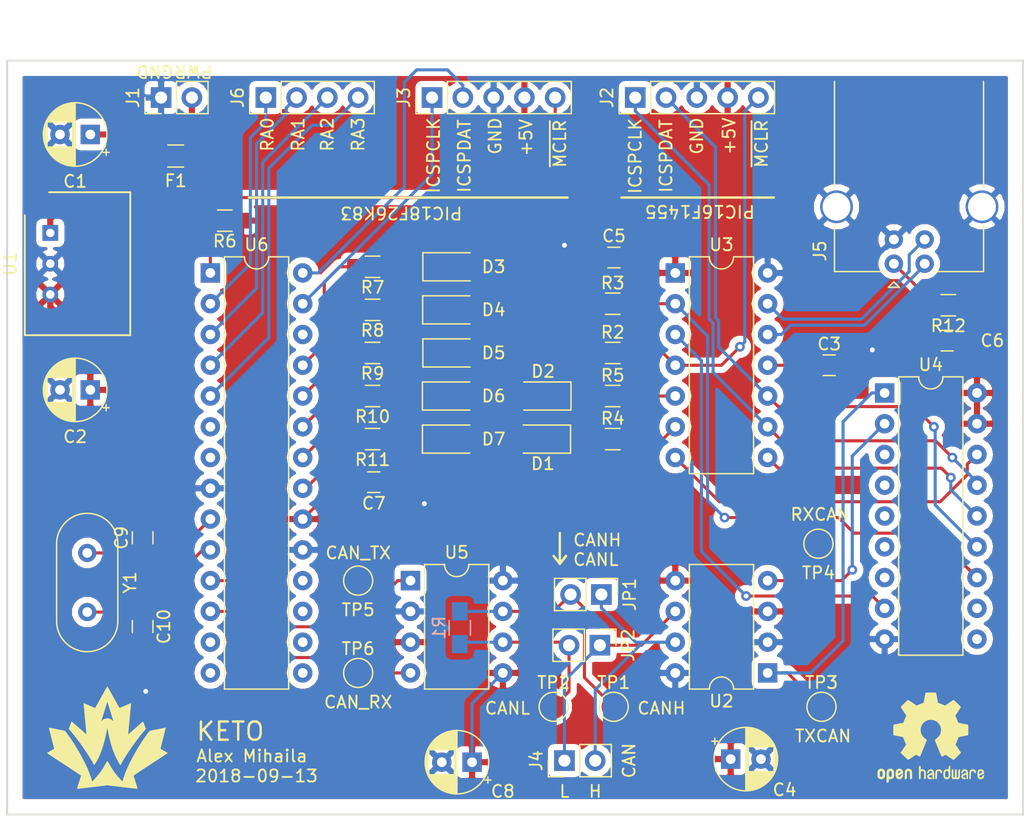
<source format=kicad_pcb>
(kicad_pcb (version 20171130) (host pcbnew "(5.0.0-3-g5ebb6b6)")
  (layers (0 F.Cu signal) (31 B.Cu signal) (34 B.Paste user) (35 F.Paste user) (36 B.SilkS user) (37 F.SilkS user) (38 B.Mask user) (39 F.Mask user) (44 Edge.Cuts user))
  (net 0 "")
  (net 1 /PIC16F1455/CANH)
  (net 2 /PIC16F1455/CANL)
  (net 3 "Net-(TP3-Pad1)")
  (net 4 "Net-(TP4-Pad1)")
  (net 5 /PIC18F26K83/CAN_TX)
  (net 6 /PIC18F26K83/CAN_RX)
  (net 7 +5V)
  (net 8 /PIC16F1455/~MCLR)
  (net 9 /PIC16F1455/CAN_INT)
  (net 10 "Net-(D1-Pad1)")
  (net 11 "Net-(R4-Pad2)")
  (net 12 "Net-(R5-Pad2)")
  (net 13 "Net-(D2-Pad1)")
  (net 14 /PIC18F26K83/~MCLR)
  (net 15 "Net-(R7-Pad2)")
  (net 16 "Net-(D3-Pad1)")
  (net 17 "Net-(D4-Pad1)")
  (net 18 "Net-(R8-Pad2)")
  (net 19 "Net-(R9-Pad2)")
  (net 20 "Net-(D5-Pad1)")
  (net 21 "Net-(D6-Pad1)")
  (net 22 "Net-(R10-Pad2)")
  (net 23 "Net-(R11-Pad2)")
  (net 24 "Net-(D7-Pad1)")
  (net 25 "Net-(J5-Pad1)")
  (net 26 GND)
  (net 27 /PIC16F1455/ICSPDAT)
  (net 28 /PIC16F1455/ICSPCLK)
  (net 29 /PIC18F26K83/ICSPCLK)
  (net 30 /PIC18F26K83/ICSPDAT)
  (net 31 "Net-(J6-Pad4)")
  (net 32 "Net-(J6-Pad3)")
  (net 33 "Net-(J6-Pad2)")
  (net 34 "Net-(J6-Pad1)")
  (net 35 "Net-(F1-Pad1)")
  (net 36 "Net-(C1-Pad1)")
  (net 37 "Net-(U6-Pad14)")
  (net 38 "Net-(U6-Pad13)")
  (net 39 "Net-(U6-Pad26)")
  (net 40 /PIC18F26K83/OSC2)
  (net 41 /PIC18F26K83/OSC1)
  (net 42 "Net-(U6-Pad7)")
  (net 43 "Net-(U6-Pad6)")
  (net 44 "Net-(U6-Pad18)")
  (net 45 "Net-(U6-Pad17)")
  (net 46 "Net-(U6-Pad16)")
  (net 47 "Net-(U6-Pad15)")
  (net 48 /PIC16F1455/CLKOUT)
  (net 49 /PIC16F1455/CS)
  (net 50 "Net-(U4-Pad7)")
  (net 51 "Net-(U4-Pad6)")
  (net 52 /PIC16F1455/MOSI)
  (net 53 "Net-(U4-Pad5)")
  (net 54 "Net-(U4-Pad4)")
  (net 55 "Net-(U4-Pad3)")
  (net 56 "Net-(U4-Pad11)")
  (net 57 "Net-(U4-Pad10)")
  (net 58 /PIC16F1455/USB_D+)
  (net 59 /PIC16F1455/USB_D-)
  (net 60 "Net-(C3-Pad1)")
  (net 61 /PIC18F26K83/CANH)
  (net 62 /PIC18F26K83/CANL)
  (module Pin_Headers:Pin_Header_Straight_1x02_Pitch2.54mm (layer F.Cu) (at 168.275 96.52 270)
    (fp_text reference JP2 (at 0 -2.33 270) (layer F.SilkS))
    (fp_text value Jumper_NC_Small)
    (pad 1 thru_hole rect (at 0 0 270) (size 1.7 1.7) (drill 1) (layers *.Cu *.Mask) (net 2 /PIC16F1455/CANL))
    (pad 2 thru_hole oval (at 0 2.54 270) (size 1.7 1.7) (drill 1) (layers *.Cu *.Mask) (net 62 /PIC18F26K83/CANL))
  )
  (module Pin_Headers:Pin_Header_Straight_1x02_Pitch2.54mm (layer F.Cu) (at 168.402 92.329 270)
    (fp_text reference JP1 (at 0 -2.33 270) (layer F.SilkS))
    (fp_text value Jumper_NC_Small)
    (pad 2 thru_hole oval (at 0 2.54 270) (size 1.7 1.7) (drill 1) (layers *.Cu *.Mask) (net 61 /PIC18F26K83/CANH))
    (pad 1 thru_hole rect (at 0 0 270) (size 1.7 1.7) (drill 1) (layers *.Cu *.Mask) (net 1 /PIC16F1455/CANH))
  )
  (module Capacitor_THT:CP_Radial_D5.0mm_P2.50mm (layer F.Cu) (at 126.238 54.356 180)
    (fp_text reference C1 (at 1.25 -3.87 180) (layer F.SilkS))
    (fp_text value 10uF)
    (pad 2 thru_hole circle (at 2.5 0 180) (size 1.6 1.6) (drill 0.8) (layers *.Cu *.Mask) (net 26 GND))
    (pad 1 thru_hole rect (at 0 0 180) (size 1.6 1.6) (drill 0.8) (layers *.Cu *.Mask) (net 36 "Net-(C1-Pad1)"))
  )
  (module Capacitor_THT:CP_Radial_D5.0mm_P2.50mm (layer F.Cu) (at 126.238 75.438 180)
    (fp_text reference C2 (at 1.25 -3.87 180) (layer F.SilkS))
    (fp_text value 10uF)
    (pad 1 thru_hole rect (at 0 0 180) (size 1.6 1.6) (drill 0.8) (layers *.Cu *.Mask) (net 7 +5V))
    (pad 2 thru_hole circle (at 2.5 0 180) (size 1.6 1.6) (drill 0.8) (layers *.Cu *.Mask) (net 26 GND))
  )
  (module Capacitor_THT:CP_Radial_D5.0mm_P2.50mm (layer F.Cu) (at 179.07 105.918)
    (fp_text reference C4 (at 4.445 2.54) (layer F.SilkS))
    (fp_text value 10uF)
    (pad 2 thru_hole circle (at 2.5 0) (size 1.6 1.6) (drill 0.8) (layers *.Cu *.Mask) (net 26 GND))
    (pad 1 thru_hole rect (at 0 0) (size 1.6 1.6) (drill 0.8) (layers *.Cu *.Mask) (net 7 +5V))
  )
  (module Capacitor_THT:CP_Radial_D5.0mm_P2.50mm (layer F.Cu) (at 157.734 106.172 180)
    (fp_text reference C8 (at -2.54 -2.413 180) (layer F.SilkS))
    (fp_text value 10uF)
    (pad 1 thru_hole rect (at 0 0 180) (size 1.6 1.6) (drill 0.8) (layers *.Cu *.Mask) (net 7 +5V))
    (pad 2 thru_hole circle (at 2.5 0 180) (size 1.6 1.6) (drill 0.8) (layers *.Cu *.Mask) (net 26 GND))
  )
  (module Capacitors_SMD:C_0805_HandSoldering (layer F.Cu) (at 187.198 73.406)
    (fp_text reference C3 (at 0 -1.75) (layer F.SilkS))
    (fp_text value 0.1uF)
    (pad 1 smd rect (at -1.25 0) (size 1.5 1.25) (layers F.Cu F.Paste F.Mask) (net 60 "Net-(C3-Pad1)"))
    (pad 2 smd rect (at 1.25 0) (size 1.5 1.25) (layers F.Cu F.Paste F.Mask) (net 26 GND))
  )
  (module Capacitors_SMD:C_0805_HandSoldering (layer F.Cu) (at 169.438 64.516 180)
    (fp_text reference C5 (at 0 1.778 180) (layer F.SilkS))
    (fp_text value 0.1uF)
    (pad 2 smd rect (at 1.25 0 180) (size 1.5 1.25) (layers F.Cu F.Paste F.Mask) (net 26 GND))
    (pad 1 smd rect (at -1.25 0 180) (size 1.5 1.25) (layers F.Cu F.Paste F.Mask) (net 7 +5V))
  )
  (module Capacitors_SMD:C_0805_HandSoldering (layer F.Cu) (at 196.924 71.374 180)
    (fp_text reference C6 (at -3.736 0 180) (layer F.SilkS))
    (fp_text value 0.1uF)
    (pad 1 smd rect (at -1.25 0 180) (size 1.5 1.25) (layers F.Cu F.Paste F.Mask) (net 7 +5V))
    (pad 2 smd rect (at 1.25 0 180) (size 1.5 1.25) (layers F.Cu F.Paste F.Mask) (net 26 GND))
  )
  (module Capacitors_SMD:C_0805_HandSoldering (layer F.Cu) (at 149.626 83.058 180)
    (fp_text reference C7 (at 0 -1.75 180) (layer F.SilkS))
    (fp_text value 0.1uF)
    (pad 2 smd rect (at 1.25 0 180) (size 1.5 1.25) (layers F.Cu F.Paste F.Mask) (net 7 +5V))
    (pad 1 smd rect (at -1.25 0 180) (size 1.5 1.25) (layers F.Cu F.Paste F.Mask) (net 26 GND))
  )
  (module Capacitors_SMD:C_0805_HandSoldering (layer F.Cu) (at 130.556 87.65 90)
    (fp_text reference C9 (at 0 -1.75 90) (layer F.SilkS))
    (fp_text value 26pF)
    (pad 1 smd rect (at -1.25 0 90) (size 1.5 1.25) (layers F.Cu F.Paste F.Mask) (net 41 /PIC18F26K83/OSC1))
    (pad 2 smd rect (at 1.25 0 90) (size 1.5 1.25) (layers F.Cu F.Paste F.Mask) (net 26 GND))
  )
  (module Capacitors_SMD:C_0805_HandSoldering (layer F.Cu) (at 130.556 94.976 270)
    (fp_text reference C10 (at 0 -1.75 270) (layer F.SilkS))
    (fp_text value 26pF)
    (pad 2 smd rect (at 1.25 0 270) (size 1.5 1.25) (layers F.Cu F.Paste F.Mask) (net 26 GND))
    (pad 1 smd rect (at -1.25 0 270) (size 1.5 1.25) (layers F.Cu F.Paste F.Mask) (net 40 /PIC18F26K83/OSC2))
  )
  (module Connector_USB:USB_B_Horizontal (layer F.Cu) (at 192.532 65.024 90)
    (fp_text reference J5 (at 1.05 -6.1 90) (layer F.SilkS))
    (fp_text value USB_B)
    (pad 2 thru_hole circle (at 0 2.54) (size 1.52 1.52) (drill 0.81) (layers *.Cu *.Mask) (net 59 /PIC16F1455/USB_D-))
    (pad 1 thru_hole circle (at 0 0) (size 1.52 1.52) (drill 0.81) (layers *.Cu *.Mask) (net 25 "Net-(J5-Pad1)"))
    (pad 4 thru_hole circle (at 2 0) (size 1.52 1.52) (drill 0.81) (layers *.Cu *.Mask) (net 26 GND))
    (pad 3 thru_hole circle (at 2 2.54) (size 1.52 1.52) (drill 0.81) (layers *.Cu *.Mask) (net 58 /PIC16F1455/USB_D+))
    (pad 5 thru_hole circle (at 4.7 7.27) (size 2.7 2.7) (drill 2.3) (layers *.Cu *.Mask) (net 26 GND))
    (pad 5 thru_hole circle (at 4.7 -4.73) (size 2.7 2.7) (drill 2.3) (layers *.Cu *.Mask) (net 26 GND))
  )
  (module Crystal:Crystal_HC49-4H_Vertical (layer F.Cu) (at 125.984 88.9 270)
    (fp_text reference Y1 (at 2.44 -3.525 270) (layer F.SilkS))
    (fp_text value Crystal)
    (pad 1 thru_hole circle (at 0 0 270) (size 1.5 1.5) (drill 0.8) (layers *.Cu *.Mask) (net 41 /PIC18F26K83/OSC1))
    (pad 2 thru_hole circle (at 4.88 0 270) (size 1.5 1.5) (drill 0.8) (layers *.Cu *.Mask) (net 40 /PIC18F26K83/OSC2))
  )
  (module Fuse:Fuse_1206_3216Metric_Pad1.24x1.80mm_HandSolder (layer F.Cu) (at 133.2815 56.134 180)
    (fp_text reference F1 (at 0 -2.05 180) (layer F.SilkS))
    (fp_text value Fuse_Small)
    (pad 1 smd rect (at -1.5925 0 180) (size 1.245 1.8) (layers F.Cu F.Paste F.Mask) (net 35 "Net-(F1-Pad1)"))
    (pad 2 smd rect (at 1.5925 0 180) (size 1.245 1.8) (layers F.Cu F.Paste F.Mask) (net 36 "Net-(C1-Pad1)"))
  )
  (module Housings_DIP:DIP-14_W7.62mm (layer F.Cu) (at 174.498 65.786)
    (fp_text reference U3 (at 3.81 -2.33) (layer F.SilkS))
    (fp_text value PIC16F1455)
    (pad 14 thru_hole oval (at 7.62 0) (size 1.6 1.6) (drill 0.8) (layers *.Cu *.Mask) (net 26 GND))
    (pad 7 thru_hole oval (at 0 15.24) (size 1.6 1.6) (drill 0.8) (layers *.Cu *.Mask) (net 49 /PIC16F1455/CS))
    (pad 13 thru_hole oval (at 7.62 2.54) (size 1.6 1.6) (drill 0.8) (layers *.Cu *.Mask) (net 58 /PIC16F1455/USB_D+))
    (pad 6 thru_hole oval (at 0 12.7) (size 1.6 1.6) (drill 0.8) (layers *.Cu *.Mask) (net 11 "Net-(R4-Pad2)"))
    (pad 12 thru_hole oval (at 7.62 5.08) (size 1.6 1.6) (drill 0.8) (layers *.Cu *.Mask) (net 59 /PIC16F1455/USB_D-))
    (pad 5 thru_hole oval (at 0 10.16) (size 1.6 1.6) (drill 0.8) (layers *.Cu *.Mask) (net 12 "Net-(R5-Pad2)"))
    (pad 11 thru_hole oval (at 7.62 7.62) (size 1.6 1.6) (drill 0.8) (layers *.Cu *.Mask) (net 60 "Net-(C3-Pad1)"))
    (pad 4 thru_hole oval (at 0 7.62) (size 1.6 1.6) (drill 0.8) (layers *.Cu *.Mask) (net 8 /PIC16F1455/~MCLR))
    (pad 10 thru_hole oval (at 7.62 10.16) (size 1.6 1.6) (drill 0.8) (layers *.Cu *.Mask) (net 27 /PIC16F1455/ICSPDAT))
    (pad 3 thru_hole oval (at 0 5.08) (size 1.6 1.6) (drill 0.8) (layers *.Cu *.Mask) (net 48 /PIC16F1455/CLKOUT))
    (pad 9 thru_hole oval (at 7.62 12.7) (size 1.6 1.6) (drill 0.8) (layers *.Cu *.Mask) (net 28 /PIC16F1455/ICSPCLK))
    (pad 2 thru_hole oval (at 0 2.54) (size 1.6 1.6) (drill 0.8) (layers *.Cu *.Mask) (net 9 /PIC16F1455/CAN_INT))
    (pad 8 thru_hole oval (at 7.62 15.24) (size 1.6 1.6) (drill 0.8) (layers *.Cu *.Mask) (net 52 /PIC16F1455/MOSI))
    (pad 1 thru_hole rect (at 0 0) (size 1.6 1.6) (drill 0.8) (layers *.Cu *.Mask) (net 7 +5V))
  )
  (module Housings_DIP:DIP-18_W7.62mm (layer F.Cu) (at 191.77 75.692)
    (fp_text reference U4 (at 3.81 -2.33) (layer F.SilkS))
    (fp_text value MCP2515)
    (pad 18 thru_hole oval (at 7.62 0) (size 1.6 1.6) (drill 0.8) (layers *.Cu *.Mask) (net 7 +5V))
    (pad 9 thru_hole oval (at 0 20.32) (size 1.6 1.6) (drill 0.8) (layers *.Cu *.Mask) (net 26 GND))
    (pad 17 thru_hole oval (at 7.62 2.54) (size 1.6 1.6) (drill 0.8) (layers *.Cu *.Mask) (net 7 +5V))
    (pad 8 thru_hole oval (at 0 17.78) (size 1.6 1.6) (drill 0.8) (layers *.Cu *.Mask) (net 48 /PIC16F1455/CLKOUT))
    (pad 16 thru_hole oval (at 7.62 5.08) (size 1.6 1.6) (drill 0.8) (layers *.Cu *.Mask) (net 49 /PIC16F1455/CS))
    (pad 7 thru_hole oval (at 0 15.24) (size 1.6 1.6) (drill 0.8) (layers *.Cu *.Mask) (net 50 "Net-(U4-Pad7)"))
    (pad 15 thru_hole oval (at 7.62 7.62) (size 1.6 1.6) (drill 0.8) (layers *.Cu *.Mask) (net 28 /PIC16F1455/ICSPCLK))
    (pad 6 thru_hole oval (at 0 12.7) (size 1.6 1.6) (drill 0.8) (layers *.Cu *.Mask) (net 51 "Net-(U4-Pad6)"))
    (pad 14 thru_hole oval (at 7.62 10.16) (size 1.6 1.6) (drill 0.8) (layers *.Cu *.Mask) (net 52 /PIC16F1455/MOSI))
    (pad 5 thru_hole oval (at 0 10.16) (size 1.6 1.6) (drill 0.8) (layers *.Cu *.Mask) (net 53 "Net-(U4-Pad5)"))
    (pad 13 thru_hole oval (at 7.62 12.7) (size 1.6 1.6) (drill 0.8) (layers *.Cu *.Mask) (net 27 /PIC16F1455/ICSPDAT))
    (pad 4 thru_hole oval (at 0 7.62) (size 1.6 1.6) (drill 0.8) (layers *.Cu *.Mask) (net 54 "Net-(U4-Pad4)"))
    (pad 12 thru_hole oval (at 7.62 15.24) (size 1.6 1.6) (drill 0.8) (layers *.Cu *.Mask) (net 9 /PIC16F1455/CAN_INT))
    (pad 3 thru_hole oval (at 0 5.08) (size 1.6 1.6) (drill 0.8) (layers *.Cu *.Mask) (net 55 "Net-(U4-Pad3)"))
    (pad 11 thru_hole oval (at 7.62 17.78) (size 1.6 1.6) (drill 0.8) (layers *.Cu *.Mask) (net 56 "Net-(U4-Pad11)"))
    (pad 2 thru_hole oval (at 0 2.54) (size 1.6 1.6) (drill 0.8) (layers *.Cu *.Mask) (net 4 "Net-(TP4-Pad1)"))
    (pad 10 thru_hole oval (at 7.62 20.32) (size 1.6 1.6) (drill 0.8) (layers *.Cu *.Mask) (net 57 "Net-(U4-Pad10)"))
    (pad 1 thru_hole rect (at 0 0) (size 1.6 1.6) (drill 0.8) (layers *.Cu *.Mask) (net 3 "Net-(TP3-Pad1)"))
  )
  (module Housings_DIP:DIP-28_W7.62mm (layer F.Cu) (at 136.144 65.786)
    (fp_text reference U6 (at 3.81 -2.33) (layer F.SilkS))
    (fp_text value PIC18F26K83)
    (pad 28 thru_hole oval (at 7.62 0) (size 1.6 1.6) (drill 0.8) (layers *.Cu *.Mask) (net 30 /PIC18F26K83/ICSPDAT))
    (pad 14 thru_hole oval (at 0 33.02) (size 1.6 1.6) (drill 0.8) (layers *.Cu *.Mask) (net 37 "Net-(U6-Pad14)"))
    (pad 27 thru_hole oval (at 7.62 2.54) (size 1.6 1.6) (drill 0.8) (layers *.Cu *.Mask) (net 29 /PIC18F26K83/ICSPCLK))
    (pad 13 thru_hole oval (at 0 30.48) (size 1.6 1.6) (drill 0.8) (layers *.Cu *.Mask) (net 38 "Net-(U6-Pad13)"))
    (pad 26 thru_hole oval (at 7.62 5.08) (size 1.6 1.6) (drill 0.8) (layers *.Cu *.Mask) (net 39 "Net-(U6-Pad26)"))
    (pad 12 thru_hole oval (at 0 27.94) (size 1.6 1.6) (drill 0.8) (layers *.Cu *.Mask) (net 6 /PIC18F26K83/CAN_RX))
    (pad 25 thru_hole oval (at 7.62 7.62) (size 1.6 1.6) (drill 0.8) (layers *.Cu *.Mask) (net 15 "Net-(R7-Pad2)"))
    (pad 11 thru_hole oval (at 0 25.4) (size 1.6 1.6) (drill 0.8) (layers *.Cu *.Mask) (net 5 /PIC18F26K83/CAN_TX))
    (pad 24 thru_hole oval (at 7.62 10.16) (size 1.6 1.6) (drill 0.8) (layers *.Cu *.Mask) (net 18 "Net-(R8-Pad2)"))
    (pad 10 thru_hole oval (at 0 22.86) (size 1.6 1.6) (drill 0.8) (layers *.Cu *.Mask) (net 40 /PIC18F26K83/OSC2))
    (pad 23 thru_hole oval (at 7.62 12.7) (size 1.6 1.6) (drill 0.8) (layers *.Cu *.Mask) (net 19 "Net-(R9-Pad2)"))
    (pad 9 thru_hole oval (at 0 20.32) (size 1.6 1.6) (drill 0.8) (layers *.Cu *.Mask) (net 41 /PIC18F26K83/OSC1))
    (pad 22 thru_hole oval (at 7.62 15.24) (size 1.6 1.6) (drill 0.8) (layers *.Cu *.Mask) (net 22 "Net-(R10-Pad2)"))
    (pad 8 thru_hole oval (at 0 17.78) (size 1.6 1.6) (drill 0.8) (layers *.Cu *.Mask) (net 26 GND))
    (pad 21 thru_hole oval (at 7.62 17.78) (size 1.6 1.6) (drill 0.8) (layers *.Cu *.Mask) (net 23 "Net-(R11-Pad2)"))
    (pad 7 thru_hole oval (at 0 15.24) (size 1.6 1.6) (drill 0.8) (layers *.Cu *.Mask) (net 42 "Net-(U6-Pad7)"))
    (pad 20 thru_hole oval (at 7.62 20.32) (size 1.6 1.6) (drill 0.8) (layers *.Cu *.Mask) (net 7 +5V))
    (pad 6 thru_hole oval (at 0 12.7) (size 1.6 1.6) (drill 0.8) (layers *.Cu *.Mask) (net 43 "Net-(U6-Pad6)"))
    (pad 19 thru_hole oval (at 7.62 22.86) (size 1.6 1.6) (drill 0.8) (layers *.Cu *.Mask) (net 26 GND))
    (pad 5 thru_hole oval (at 0 10.16) (size 1.6 1.6) (drill 0.8) (layers *.Cu *.Mask) (net 31 "Net-(J6-Pad4)"))
    (pad 18 thru_hole oval (at 7.62 25.4) (size 1.6 1.6) (drill 0.8) (layers *.Cu *.Mask) (net 44 "Net-(U6-Pad18)"))
    (pad 4 thru_hole oval (at 0 7.62) (size 1.6 1.6) (drill 0.8) (layers *.Cu *.Mask) (net 32 "Net-(J6-Pad3)"))
    (pad 17 thru_hole oval (at 7.62 27.94) (size 1.6 1.6) (drill 0.8) (layers *.Cu *.Mask) (net 45 "Net-(U6-Pad17)"))
    (pad 3 thru_hole oval (at 0 5.08) (size 1.6 1.6) (drill 0.8) (layers *.Cu *.Mask) (net 33 "Net-(J6-Pad2)"))
    (pad 16 thru_hole oval (at 7.62 30.48) (size 1.6 1.6) (drill 0.8) (layers *.Cu *.Mask) (net 46 "Net-(U6-Pad16)"))
    (pad 2 thru_hole oval (at 0 2.54) (size 1.6 1.6) (drill 0.8) (layers *.Cu *.Mask) (net 34 "Net-(J6-Pad1)"))
    (pad 15 thru_hole oval (at 7.62 33.02) (size 1.6 1.6) (drill 0.8) (layers *.Cu *.Mask) (net 47 "Net-(U6-Pad15)"))
    (pad 1 thru_hole rect (at 0 0) (size 1.6 1.6) (drill 0.8) (layers *.Cu *.Mask) (net 14 /PIC18F26K83/~MCLR))
  )
  (module Housings_DIP:DIP-8_W7.62mm (layer F.Cu) (at 152.654 91.186)
    (fp_text reference U5 (at 3.81 -2.33) (layer F.SilkS))
    (fp_text value MCP2562)
    (pad 1 thru_hole rect (at 0 0) (size 1.6 1.6) (drill 0.8) (layers *.Cu *.Mask) (net 5 /PIC18F26K83/CAN_TX))
    (pad 5 thru_hole oval (at 7.62 7.62) (size 1.6 1.6) (drill 0.8) (layers *.Cu *.Mask) (net 7 +5V))
    (pad 2 thru_hole oval (at 0 2.54) (size 1.6 1.6) (drill 0.8) (layers *.Cu *.Mask) (net 26 GND))
    (pad 6 thru_hole oval (at 7.62 5.08) (size 1.6 1.6) (drill 0.8) (layers *.Cu *.Mask) (net 62 /PIC18F26K83/CANL))
    (pad 3 thru_hole oval (at 0 5.08) (size 1.6 1.6) (drill 0.8) (layers *.Cu *.Mask) (net 7 +5V))
    (pad 7 thru_hole oval (at 7.62 2.54) (size 1.6 1.6) (drill 0.8) (layers *.Cu *.Mask) (net 61 /PIC18F26K83/CANH))
    (pad 4 thru_hole oval (at 0 7.62) (size 1.6 1.6) (drill 0.8) (layers *.Cu *.Mask) (net 6 /PIC18F26K83/CAN_RX))
    (pad 8 thru_hole oval (at 7.62 0) (size 1.6 1.6) (drill 0.8) (layers *.Cu *.Mask) (net 26 GND))
  )
  (module Housings_DIP:DIP-8_W7.62mm (layer F.Cu) (at 182.118 98.806 180)
    (fp_text reference U2 (at 3.81 -2.33 180) (layer F.SilkS))
    (fp_text value MCP2562)
    (pad 8 thru_hole oval (at 7.62 0 180) (size 1.6 1.6) (drill 0.8) (layers *.Cu *.Mask) (net 26 GND))
    (pad 4 thru_hole oval (at 0 7.62 180) (size 1.6 1.6) (drill 0.8) (layers *.Cu *.Mask) (net 4 "Net-(TP4-Pad1)"))
    (pad 7 thru_hole oval (at 7.62 2.54 180) (size 1.6 1.6) (drill 0.8) (layers *.Cu *.Mask) (net 1 /PIC16F1455/CANH))
    (pad 3 thru_hole oval (at 0 5.08 180) (size 1.6 1.6) (drill 0.8) (layers *.Cu *.Mask) (net 7 +5V))
    (pad 6 thru_hole oval (at 7.62 5.08 180) (size 1.6 1.6) (drill 0.8) (layers *.Cu *.Mask) (net 2 /PIC16F1455/CANL))
    (pad 2 thru_hole oval (at 0 2.54 180) (size 1.6 1.6) (drill 0.8) (layers *.Cu *.Mask) (net 26 GND))
    (pad 5 thru_hole oval (at 7.62 7.62 180) (size 1.6 1.6) (drill 0.8) (layers *.Cu *.Mask) (net 7 +5V))
    (pad 1 thru_hole rect (at 0 0 180) (size 1.6 1.6) (drill 0.8) (layers *.Cu *.Mask) (net 3 "Net-(TP3-Pad1)"))
  )
  (module LED_SMD:LED_1206_3216Metric (layer F.Cu) (at 155.937 79.502)
    (fp_text reference D7 (at 3.575 0) (layer F.SilkS))
    (fp_text value LED)
    (pad 1 smd rect (at -1.505 0) (size 1.07 1.8) (layers F.Cu F.Paste F.Mask) (net 24 "Net-(D7-Pad1)"))
    (pad 2 smd rect (at 1.505 0) (size 1.07 1.8) (layers F.Cu F.Paste F.Mask) (net 7 +5V))
  )
  (module LED_SMD:LED_1206_3216Metric (layer F.Cu) (at 155.937 75.946)
    (fp_text reference D6 (at 3.575 0) (layer F.SilkS))
    (fp_text value LED)
    (pad 2 smd rect (at 1.505 0) (size 1.07 1.8) (layers F.Cu F.Paste F.Mask) (net 7 +5V))
    (pad 1 smd rect (at -1.505 0) (size 1.07 1.8) (layers F.Cu F.Paste F.Mask) (net 21 "Net-(D6-Pad1)"))
  )
  (module LED_SMD:LED_1206_3216Metric (layer F.Cu) (at 155.975 72.39)
    (fp_text reference D5 (at 3.537 0) (layer F.SilkS))
    (fp_text value LED)
    (pad 1 smd rect (at -1.505 0) (size 1.07 1.8) (layers F.Cu F.Paste F.Mask) (net 20 "Net-(D5-Pad1)"))
    (pad 2 smd rect (at 1.505 0) (size 1.07 1.8) (layers F.Cu F.Paste F.Mask) (net 7 +5V))
  )
  (module LED_SMD:LED_1206_3216Metric (layer F.Cu) (at 155.956 68.834)
    (fp_text reference D4 (at 3.556 0) (layer F.SilkS))
    (fp_text value LED)
    (pad 2 smd rect (at 1.505 0) (size 1.07 1.8) (layers F.Cu F.Paste F.Mask) (net 7 +5V))
    (pad 1 smd rect (at -1.505 0) (size 1.07 1.8) (layers F.Cu F.Paste F.Mask) (net 17 "Net-(D4-Pad1)"))
  )
  (module LED_SMD:LED_1206_3216Metric (layer F.Cu) (at 155.975 65.278)
    (fp_text reference D3 (at 3.537 0) (layer F.SilkS))
    (fp_text value LED)
    (pad 1 smd rect (at -1.505 0) (size 1.07 1.8) (layers F.Cu F.Paste F.Mask) (net 16 "Net-(D3-Pad1)"))
    (pad 2 smd rect (at 1.505 0) (size 1.07 1.8) (layers F.Cu F.Paste F.Mask) (net 7 +5V))
  )
  (module LED_SMD:LED_1206_3216Metric (layer F.Cu) (at 163.595 75.946 180)
    (fp_text reference D2 (at 0 2.032 180) (layer F.SilkS))
    (fp_text value LED)
    (pad 2 smd rect (at 1.505 0 180) (size 1.07 1.8) (layers F.Cu F.Paste F.Mask) (net 7 +5V))
    (pad 1 smd rect (at -1.505 0 180) (size 1.07 1.8) (layers F.Cu F.Paste F.Mask) (net 13 "Net-(D2-Pad1)"))
  )
  (module LED_SMD:LED_1206_3216Metric (layer F.Cu) (at 163.557 79.502 180)
    (fp_text reference D1 (at -0.019 -2.032 180) (layer F.SilkS))
    (fp_text value LED)
    (pad 1 smd rect (at -1.505 0 180) (size 1.07 1.8) (layers F.Cu F.Paste F.Mask) (net 10 "Net-(D1-Pad1)"))
    (pad 2 smd rect (at 1.505 0 180) (size 1.07 1.8) (layers F.Cu F.Paste F.Mask) (net 7 +5V))
  )
  (module Package_SIP:SIP3_11.6x8.5mm (layer F.Cu) (at 122.936 62.484 270)
    (fp_text reference U1 (at 2.54 3.3 90) (layer F.SilkS))
    (fp_text value R-78E5.0-0.5)
    (pad 3 thru_hole circle (at 5.08 0 180) (size 1.3 1.3) (drill 0.7) (layers *.Cu *.Mask) (net 7 +5V))
    (pad 1 thru_hole rect (at 0 0 180) (size 1.3 1.3) (drill 0.7) (layers *.Cu *.Mask) (net 36 "Net-(C1-Pad1)"))
    (pad 2 thru_hole circle (at 2.54 0 90) (size 1.3 1.3) (drill 0.7) (layers *.Cu *.Mask) (net 26 GND))
  )
  (module Pin_Headers:Pin_Header_Straight_1x02_Pitch2.54mm (layer F.Cu) (at 132.08 51.308 90)
    (fp_text reference J1 (at 0 -2.33 90) (layer F.SilkS))
    (fp_text value "Power Conn")
    (pad 1 thru_hole rect (at 0 0 90) (size 1.7 1.7) (drill 1) (layers *.Cu *.Mask) (net 26 GND))
    (pad 2 thru_hole oval (at 0 2.54 90) (size 1.7 1.7) (drill 1) (layers *.Cu *.Mask) (net 35 "Net-(F1-Pad1)"))
  )
  (module Pin_Headers:Pin_Header_Straight_1x02_Pitch2.54mm (layer F.Cu) (at 165.354 106.045 90)
    (fp_text reference J4 (at 0 -2.33 90) (layer F.SilkS))
    (fp_text value "CAN Breakout")
    (pad 2 thru_hole oval (at 0 2.54 90) (size 1.7 1.7) (drill 1) (layers *.Cu *.Mask) (net 1 /PIC16F1455/CANH))
    (pad 1 thru_hole rect (at 0 0 90) (size 1.7 1.7) (drill 1) (layers *.Cu *.Mask) (net 2 /PIC16F1455/CANL))
  )
  (module Pin_Headers:Pin_Header_Straight_1x04_Pitch2.54mm (layer F.Cu) (at 140.716 51.308 90)
    (fp_text reference J6 (at 0 -2.33 90) (layer F.SilkS))
    (fp_text value Conn_01x04_Female)
    (pad 4 thru_hole oval (at 0 7.62 90) (size 1.7 1.7) (drill 1) (layers *.Cu *.Mask) (net 31 "Net-(J6-Pad4)"))
    (pad 3 thru_hole oval (at 0 5.08 90) (size 1.7 1.7) (drill 1) (layers *.Cu *.Mask) (net 32 "Net-(J6-Pad3)"))
    (pad 2 thru_hole oval (at 0 2.54 90) (size 1.7 1.7) (drill 1) (layers *.Cu *.Mask) (net 33 "Net-(J6-Pad2)"))
    (pad 1 thru_hole rect (at 0 0 90) (size 1.7 1.7) (drill 1) (layers *.Cu *.Mask) (net 34 "Net-(J6-Pad1)"))
  )
  (module Pin_Headers:Pin_Header_Straight_1x05_Pitch2.54mm (layer F.Cu) (at 154.432 51.308 90)
    (fp_text reference J3 (at 0 -2.33 90) (layer F.SilkS))
    (fp_text value "Programming Header")
    (pad 1 thru_hole rect (at 0 0 90) (size 1.7 1.7) (drill 1) (layers *.Cu *.Mask) (net 29 /PIC18F26K83/ICSPCLK))
    (pad 2 thru_hole oval (at 0 2.54 90) (size 1.7 1.7) (drill 1) (layers *.Cu *.Mask) (net 30 /PIC18F26K83/ICSPDAT))
    (pad 3 thru_hole oval (at 0 5.08 90) (size 1.7 1.7) (drill 1) (layers *.Cu *.Mask) (net 26 GND))
    (pad 4 thru_hole oval (at 0 7.62 90) (size 1.7 1.7) (drill 1) (layers *.Cu *.Mask) (net 7 +5V))
    (pad 5 thru_hole oval (at 0 10.16 90) (size 1.7 1.7) (drill 1) (layers *.Cu *.Mask) (net 14 /PIC18F26K83/~MCLR))
  )
  (module Pin_Headers:Pin_Header_Straight_1x05_Pitch2.54mm (layer F.Cu) (at 171.196 51.308 90)
    (fp_text reference J2 (at 0 -2.33 90) (layer F.SilkS))
    (fp_text value "Programming Header")
    (pad 5 thru_hole oval (at 0 10.16 90) (size 1.7 1.7) (drill 1) (layers *.Cu *.Mask) (net 8 /PIC16F1455/~MCLR))
    (pad 4 thru_hole oval (at 0 7.62 90) (size 1.7 1.7) (drill 1) (layers *.Cu *.Mask) (net 7 +5V))
    (pad 3 thru_hole oval (at 0 5.08 90) (size 1.7 1.7) (drill 1) (layers *.Cu *.Mask) (net 26 GND))
    (pad 2 thru_hole oval (at 0 2.54 90) (size 1.7 1.7) (drill 1) (layers *.Cu *.Mask) (net 27 /PIC16F1455/ICSPDAT))
    (pad 1 thru_hole rect (at 0 0 90) (size 1.7 1.7) (drill 1) (layers *.Cu *.Mask) (net 28 /PIC16F1455/ICSPCLK))
  )
  (module Resistors_SMD:R_0805_HandSoldering (layer F.Cu) (at 197.024 68.453 180)
    (fp_text reference R12 (at 0 -1.7 180) (layer F.SilkS))
    (fp_text value 0)
    (pad 1 smd rect (at -1.35 0 180) (size 1.5 1.3) (layers F.Cu F.Paste F.Mask) (net 7 +5V))
    (pad 2 smd rect (at 1.35 0 180) (size 1.5 1.3) (layers F.Cu F.Paste F.Mask) (net 25 "Net-(J5-Pad1)"))
  )
  (module Resistors_SMD:R_0805_HandSoldering (layer F.Cu) (at 149.526 79.502 180)
    (fp_text reference R11 (at 0 -1.7 180) (layer F.SilkS))
    (fp_text value 330R)
    (pad 2 smd rect (at 1.35 0 180) (size 1.5 1.3) (layers F.Cu F.Paste F.Mask) (net 23 "Net-(R11-Pad2)"))
    (pad 1 smd rect (at -1.35 0 180) (size 1.5 1.3) (layers F.Cu F.Paste F.Mask) (net 24 "Net-(D7-Pad1)"))
  )
  (module Resistors_SMD:R_0805_HandSoldering (layer F.Cu) (at 149.526 75.946 180)
    (fp_text reference R10 (at 0 -1.7 180) (layer F.SilkS))
    (fp_text value 330R)
    (pad 1 smd rect (at -1.35 0 180) (size 1.5 1.3) (layers F.Cu F.Paste F.Mask) (net 21 "Net-(D6-Pad1)"))
    (pad 2 smd rect (at 1.35 0 180) (size 1.5 1.3) (layers F.Cu F.Paste F.Mask) (net 22 "Net-(R10-Pad2)"))
  )
  (module Resistors_SMD:R_0805_HandSoldering (layer F.Cu) (at 149.526 72.39 180)
    (fp_text reference R9 (at 0 -1.7 180) (layer F.SilkS))
    (fp_text value 330R)
    (pad 2 smd rect (at 1.35 0 180) (size 1.5 1.3) (layers F.Cu F.Paste F.Mask) (net 19 "Net-(R9-Pad2)"))
    (pad 1 smd rect (at -1.35 0 180) (size 1.5 1.3) (layers F.Cu F.Paste F.Mask) (net 20 "Net-(D5-Pad1)"))
  )
  (module Resistors_SMD:R_0805_HandSoldering (layer F.Cu) (at 149.526 68.834 180)
    (fp_text reference R8 (at 0 -1.7 180) (layer F.SilkS))
    (fp_text value 330R)
    (pad 1 smd rect (at -1.35 0 180) (size 1.5 1.3) (layers F.Cu F.Paste F.Mask) (net 17 "Net-(D4-Pad1)"))
    (pad 2 smd rect (at 1.35 0 180) (size 1.5 1.3) (layers F.Cu F.Paste F.Mask) (net 18 "Net-(R8-Pad2)"))
  )
  (module Resistors_SMD:R_0805_HandSoldering (layer F.Cu) (at 149.526 65.278 180)
    (fp_text reference R7 (at 0 -1.7 180) (layer F.SilkS))
    (fp_text value 330R)
    (pad 2 smd rect (at 1.35 0 180) (size 1.5 1.3) (layers F.Cu F.Paste F.Mask) (net 15 "Net-(R7-Pad2)"))
    (pad 1 smd rect (at -1.35 0 180) (size 1.5 1.3) (layers F.Cu F.Paste F.Mask) (net 16 "Net-(D3-Pad1)"))
  )
  (module Resistors_SMD:R_0805_HandSoldering (layer F.Cu) (at 137.334 61.468 180)
    (fp_text reference R6 (at 0 -1.7 180) (layer F.SilkS))
    (fp_text value 1OK)
    (pad 1 smd rect (at -1.35 0 180) (size 1.5 1.3) (layers F.Cu F.Paste F.Mask) (net 7 +5V))
    (pad 2 smd rect (at 1.35 0 180) (size 1.5 1.3) (layers F.Cu F.Paste F.Mask) (net 14 /PIC18F26K83/~MCLR))
  )
  (module Resistors_SMD:R_0805_HandSoldering (layer F.Cu) (at 169.338 75.946)
    (fp_text reference R5 (at 0 -1.7) (layer F.SilkS))
    (fp_text value 330R)
    (pad 2 smd rect (at 1.35 0) (size 1.5 1.3) (layers F.Cu F.Paste F.Mask) (net 12 "Net-(R5-Pad2)"))
    (pad 1 smd rect (at -1.35 0) (size 1.5 1.3) (layers F.Cu F.Paste F.Mask) (net 13 "Net-(D2-Pad1)"))
  )
  (module Resistors_SMD:R_0805_HandSoldering (layer F.Cu) (at 169.338 79.502)
    (fp_text reference R4 (at 0 -1.7) (layer F.SilkS))
    (fp_text value 330R)
    (pad 1 smd rect (at -1.35 0) (size 1.5 1.3) (layers F.Cu F.Paste F.Mask) (net 10 "Net-(D1-Pad1)"))
    (pad 2 smd rect (at 1.35 0) (size 1.5 1.3) (layers F.Cu F.Paste F.Mask) (net 11 "Net-(R4-Pad2)"))
  )
  (module Resistors_SMD:R_0805_HandSoldering (layer F.Cu) (at 169.338 68.326)
    (fp_text reference R3 (at 0 -1.7) (layer F.SilkS))
    (fp_text value 10K)
    (pad 2 smd rect (at 1.35 0) (size 1.5 1.3) (layers F.Cu F.Paste F.Mask) (net 9 /PIC16F1455/CAN_INT))
    (pad 1 smd rect (at -1.35 0) (size 1.5 1.3) (layers F.Cu F.Paste F.Mask) (net 7 +5V))
  )
  (module Resistors_SMD:R_0805_HandSoldering (layer F.Cu) (at 169.338 72.39)
    (fp_text reference R2 (at 0 -1.7) (layer F.SilkS))
    (fp_text value 10K)
    (pad 1 smd rect (at -1.35 0) (size 1.5 1.3) (layers F.Cu F.Paste F.Mask) (net 7 +5V))
    (pad 2 smd rect (at 1.35 0) (size 1.5 1.3) (layers F.Cu F.Paste F.Mask) (net 8 /PIC16F1455/~MCLR))
  )
  (module Resistors_SMD:R_0805_HandSoldering (layer B.Cu) (at 156.718 95.076 270)
    (fp_text reference R1 (at 0 1.7 270) (layer B.SilkS) (effects (justify mirror)))
    (fp_text value 120R)
    (pad 2 smd rect (at 1.35 0 270) (size 1.5 1.3) (layers B.Cu B.Paste B.Mask) (net 62 /PIC18F26K83/CANL))
    (pad 1 smd rect (at -1.35 0 270) (size 1.5 1.3) (layers B.Cu B.Paste B.Mask) (net 61 /PIC18F26K83/CANH))
  )
  (module TestPoint:TestPoint_Pad_D2.0mm (layer F.Cu) (at 148.336 98.806)
    (fp_text reference TP6 (at 0 -1.998) (layer F.SilkS))
    (fp_text value TestPoint)
    (pad 1 smd circle (at 0 0) (size 2 2) (layers F.Cu F.Mask) (net 6 /PIC18F26K83/CAN_RX))
  )
  (module TestPoint:TestPoint_Pad_D2.0mm (layer F.Cu) (at 148.336 91.186)
    (fp_text reference TP5 (at 0 2.413) (layer F.SilkS))
    (fp_text value TestPoint)
    (pad 1 smd circle (at 0 0) (size 2 2) (layers F.Cu F.Mask) (net 5 /PIC18F26K83/CAN_TX))
  )
  (module TestPoint:TestPoint_Pad_D2.0mm (layer F.Cu) (at 186.309 88.138)
    (fp_text reference TP4 (at 0 2.413) (layer F.SilkS))
    (fp_text value TestPoint)
    (pad 1 smd circle (at 0 0) (size 2 2) (layers F.Cu F.Mask) (net 4 "Net-(TP4-Pad1)"))
  )
  (module TestPoint:TestPoint_Pad_D2.0mm (layer F.Cu) (at 186.563 101.6)
    (fp_text reference TP3 (at 0 -1.998) (layer F.SilkS))
    (fp_text value TestPoint)
    (pad 1 smd circle (at 0 0) (size 2 2) (layers F.Cu F.Mask) (net 3 "Net-(TP3-Pad1)"))
  )
  (module TestPoint:TestPoint_Pad_D2.0mm (layer F.Cu) (at 164.465 101.6)
    (fp_text reference TP2 (at 0 -1.998) (layer F.SilkS))
    (fp_text value TestPoint)
    (pad 1 smd circle (at 0 0) (size 2 2) (layers F.Cu F.Mask) (net 62 /PIC18F26K83/CANL))
  )
  (module TestPoint:TestPoint_Pad_D2.0mm (layer F.Cu) (at 169.418 101.6)
    (fp_text reference TP1 (at 0 -1.998) (layer F.SilkS))
    (fp_text value TestPoint)
    (pad 1 smd circle (at 0 0) (size 2 2) (layers F.Cu F.Mask) (net 61 /PIC18F26K83/CANH))
  )
  (module Team_Logo:Logo_SilkScreen_10mm (layer F.Cu) (at 127.635 104.14)
    (fp_text reference G*** hide)
    (fp_text value LOGO hide)
  )
  (module Symbol:OSHW-Logo2_9.8x8mm_SilkScreen (layer F.Cu) (at 195.58 104.14)
    (fp_text reference REF** hide)
    (fp_text value OSHW-Logo2_9.8x8mm_SilkScreen hide)
  )
  (gr_text "Alex Mihaila" (at 139.573 105.664) (layer F.SilkS) (effects (font (size 1 1))))
  (gr_text KETO (at 137.795 103.632) (layer F.SilkS) (effects (font (size 1.5 1.5) (thickness 0.2))))
  (gr_text 2018-09-13 (at 139.954 107.315) (layer F.SilkS) (effects (font (size 1 1))))
  (gr_text RXCAN (at 186.436 85.725) (layer F.SilkS) (effects (font (size 1 1))))
  (gr_text TXCAN (at 186.69 104.013) (layer F.SilkS) (effects (font (size 1 1))))
  (gr_text H (at 167.894 108.585) (layer F.SilkS) (effects (font (size 1 1))))
  (gr_text L (at 165.354 108.585) (layer F.SilkS) (effects (font (size 1 1))))
  (gr_text CAN (at 170.688 106.045 90) (layer F.SilkS) (effects (font (size 1 1))))
  (gr_text CANL (at 160.655 101.727) (layer F.SilkS) (effects (font (size 1 1))))
  (gr_text CANH (at 173.355 101.727) (layer F.SilkS) (effects (font (size 1 1))))
  (gr_line (start 164.973 89.789) (end 164.465 89.154) (layer F.SilkS) (width 0.2))
  (gr_line (start 165.481 89.154) (end 164.973 89.789) (layer F.SilkS) (width 0.2))
  (gr_line (start 164.973 89.789) (end 165.481 89.154) (layer F.SilkS) (width 0.2))
  (gr_line (start 164.973 87.249) (end 164.973 89.789) (layer F.SilkS) (width 0.2))
  (gr_text "CANH\nCANL" (at 165.989 88.646) (layer F.SilkS) (effects (font (size 1 1)) (justify left)))
  (gr_text CAN_RX (at 148.336 101.219) (layer F.SilkS) (effects (font (size 1 1))))
  (gr_text CAN_TX (at 148.336 88.9) (layer F.SilkS) (effects (font (size 1 1))))
  (gr_text PIC16F1455 (at 176.53 60.706 180) (layer F.SilkS) (effects (font (size 1 1))))
  (gr_line (start 170.053 59.563) (end 182.626 59.563) (layer F.SilkS) (width 0.2))
  (gr_text ~MCLR (at 181.61 55.118 90) (layer F.SilkS) (effects (font (size 1 1))))
  (gr_text +5V (at 178.943 54.483 90) (layer F.SilkS) (effects (font (size 1 1))))
  (gr_text GND (at 176.276 54.483 90) (layer F.SilkS) (effects (font (size 1 1))))
  (gr_text ICSPDAT (at 173.736 56.134 90) (layer F.SilkS) (effects (font (size 1 1))))
  (gr_text ICSPCLK (at 171.196 56.134 90) (layer F.SilkS) (effects (font (size 1 1))))
  (gr_line (start 153.543 59.563) (end 139.319 59.563) (layer F.SilkS) (width 0.2))
  (gr_line (start 153.035 59.563) (end 165.608 59.563) (layer F.SilkS) (width 0.2))
  (gr_text PIC18F26K83 (at 151.892 60.833 180) (layer F.SilkS) (effects (font (size 1 1))))
  (gr_text ~MCLR (at 164.973 55.118 90) (layer F.SilkS) (effects (font (size 1 1))))
  (gr_text +5V (at 162.179 54.61 90) (layer F.SilkS) (effects (font (size 1 1))))
  (gr_text GND (at 159.639 54.483 90) (layer F.SilkS) (effects (font (size 1 1))))
  (gr_text ICSPDAT (at 157.099 56.134 90) (layer F.SilkS) (effects (font (size 1 1))))
  (gr_text ICSPCLK (at 154.559 59.309 90) (layer F.SilkS) (effects (font (size 1 1)) (justify left)))
  (gr_text RA3 (at 148.336 54.356 90) (layer F.SilkS) (effects (font (size 1 1))))
  (gr_text RA2 (at 145.796 54.356 90) (layer F.SilkS) (effects (font (size 1 1))))
  (gr_text RA1 (at 143.383 54.356 90) (layer F.SilkS) (effects (font (size 1 1))))
  (gr_text RA0 (at 140.843 54.356 90) (layer F.SilkS) (effects (font (size 1 1))))
  (gr_text GND (at 131.572 49.149 180) (layer F.SilkS) (effects (font (size 1 1))))
  (gr_text PWR (at 134.747 49.149 180) (layer F.SilkS) (effects (font (size 1 1))))
  (gr_line (start 119.38 48.26) (end 119.38 110.49) (layer Edge.Cuts) (width 0.15))
  (gr_line (start 119.38 110.49) (end 203.2 110.49) (layer Edge.Cuts) (width 0.15))
  (gr_line (start 203.2 48.26) (end 203.2 110.49) (layer Edge.Cuts) (width 0.15))
  (gr_line (start 119.38 48.26) (end 203.2 48.26) (layer Edge.Cuts) (width 0.15))
  (segment (start 167.894 106.045) (end 167.894 100.203) (width 0.254) (layer B.Cu) (net 1))
  (segment (start 167.894 100.203) (end 171.831 96.266) (width 0.254) (layer B.Cu) (net 1))
  (segment (start 171.831 96.266) (end 174.498 96.266) (width 0.254) (layer B.Cu) (net 1))
  (segment (start 168.402 93.433) (end 168.402 92.329) (width 0.254) (layer B.Cu) (net 1))
  (segment (start 171.235 96.266) (end 168.402 93.433) (width 0.254) (layer B.Cu) (net 1))
  (segment (start 174.498 96.266) (end 171.235 96.266) (width 0.254) (layer B.Cu) (net 1))
  (segment (start 165.354 99.441) (end 168.275 96.52) (width 0.254) (layer B.Cu) (net 2))
  (segment (start 165.354 106.045) (end 165.354 99.441) (width 0.254) (layer B.Cu) (net 2))
  (segment (start 171.704 96.52) (end 174.498 93.726) (width 0.254) (layer F.Cu) (net 2))
  (segment (start 168.275 96.52) (end 171.704 96.52) (width 0.254) (layer F.Cu) (net 2))
  (segment (start 183.769 98.806) (end 183.261 98.806) (width 0.254) (layer F.Cu) (net 3))
  (segment (start 183.769 98.806) (end 186.563 101.6) (width 0.254) (layer F.Cu) (net 3))
  (segment (start 190.716 75.692) (end 191.77 75.692) (width 0.254) (layer B.Cu) (net 3))
  (segment (start 188.341 96.139) (end 188.341 78.067) (width 0.254) (layer B.Cu) (net 3))
  (segment (start 185.674 98.806) (end 188.341 96.139) (width 0.254) (layer B.Cu) (net 3))
  (segment (start 188.341 78.067) (end 190.716 75.692) (width 0.254) (layer B.Cu) (net 3))
  (segment (start 184.023 98.806) (end 182.118 98.806) (width 0.254) (layer B.Cu) (net 3))
  (segment (start 183.261 98.806) (end 184.023 98.806) (width 0.254) (layer B.Cu) (net 3))
  (segment (start 184.023 98.806) (end 185.674 98.806) (width 0.254) (layer B.Cu) (net 3))
  (segment (start 183.769 98.806) (end 182.118 98.806) (width 0.254) (layer F.Cu) (net 3))
  (segment (start 184.39237 91.186) (end 183.261 91.186) (width 0.254) (layer F.Cu) (net 4))
  (segment (start 186.309 89.552213) (end 184.675213 91.186) (width 0.254) (layer F.Cu) (net 4))
  (segment (start 186.309 88.138) (end 186.309 89.552213) (width 0.254) (layer F.Cu) (net 4))
  (segment (start 189.103 90.297) (end 188.214 91.186) (width 0.254) (layer F.Cu) (net 4))
  (segment (start 191.77 78.232) (end 189.103 80.899) (width 0.254) (layer B.Cu) (net 4))
  (segment (start 189.103 80.899) (end 189.103 90.297) (width 0.254) (layer B.Cu) (net 4))
  (via (at 189.103 90.297) (size 0.8) (drill 0.4) (layers F.Cu B.Cu) (net 4))
  (segment (start 184.531 91.186) (end 188.214 91.186) (width 0.254) (layer F.Cu) (net 4))
  (segment (start 182.118 91.186) (end 184.531 91.186) (width 0.254) (layer F.Cu) (net 4))
  (segment (start 184.531 91.186) (end 184.675213 91.186) (width 0.254) (layer F.Cu) (net 4))
  (segment (start 136.144 91.186) (end 138.176 91.186) (width 0.254) (layer F.Cu) (net 5))
  (segment (start 138.176 91.186) (end 141.986 94.996) (width 0.254) (layer F.Cu) (net 5))
  (segment (start 151.6 91.186) (end 152.654 91.186) (width 0.254) (layer F.Cu) (net 5))
  (segment (start 141.986 94.996) (end 147.79 94.996) (width 0.254) (layer F.Cu) (net 5))
  (segment (start 148.336 94.45) (end 147.828 94.958) (width 0.254) (layer F.Cu) (net 5))
  (segment (start 148.336 91.186) (end 148.336 94.45) (width 0.254) (layer F.Cu) (net 5))
  (segment (start 147.828 94.958) (end 151.6 91.186) (width 0.254) (layer F.Cu) (net 5))
  (segment (start 147.79 94.996) (end 147.828 94.958) (width 0.254) (layer F.Cu) (net 5))
  (segment (start 147.066 97.536) (end 148.336 98.806) (width 0.254) (layer F.Cu) (net 6))
  (segment (start 143.002 97.536) (end 147.066 97.536) (width 0.254) (layer F.Cu) (net 6))
  (segment (start 139.192 93.726) (end 143.002 97.536) (width 0.254) (layer F.Cu) (net 6))
  (segment (start 136.144 93.726) (end 139.192 93.726) (width 0.254) (layer F.Cu) (net 6))
  (segment (start 148.336 98.806) (end 152.654 98.806) (width 0.254) (layer F.Cu) (net 6))
  (segment (start 122.936 67.564) (end 122.936 68.58) (width 0.508) (layer F.Cu) (net 7))
  (segment (start 126.238 71.882) (end 126.238 75.438) (width 0.508) (layer F.Cu) (net 7))
  (segment (start 122.936 68.58) (end 126.238 71.882) (width 0.508) (layer F.Cu) (net 7))
  (segment (start 146.812 83.058) (end 148.376 83.058) (width 0.254) (layer F.Cu) (net 7))
  (segment (start 143.764 86.106) (end 146.812 83.058) (width 0.254) (layer F.Cu) (net 7))
  (segment (start 157.734 101.346) (end 160.274 98.806) (width 0.254) (layer B.Cu) (net 7))
  (segment (start 157.734 106.172) (end 157.734 101.346) (width 0.254) (layer B.Cu) (net 7))
  (segment (start 199.39 72.465) (end 198.299 71.374) (width 0.254) (layer F.Cu) (net 7))
  (segment (start 198.299 71.374) (end 198.174 71.374) (width 0.254) (layer F.Cu) (net 7))
  (segment (start 199.39 75.692) (end 199.39 72.465) (width 0.254) (layer F.Cu) (net 7))
  (segment (start 173.482 72.39) (end 174.498 73.406) (width 0.254) (layer F.Cu) (net 8))
  (segment (start 170.688 72.39) (end 173.482 72.39) (width 0.254) (layer F.Cu) (net 8))
  (via (at 174.498 73.406) (size 0.8) (drill 0.4) (layers F.Cu B.Cu) (net 8))
  (via (at 179.832 71.882) (size 0.8) (drill 0.4) (layers F.Cu B.Cu) (net 8))
  (segment (start 178.308 73.406) (end 179.832 71.882) (width 0.254) (layer F.Cu) (net 8))
  (segment (start 174.498 73.406) (end 178.308 73.406) (width 0.254) (layer F.Cu) (net 8))
  (segment (start 179.832 71.882) (end 180.231999 71.482001) (width 0.254) (layer B.Cu) (net 8))
  (segment (start 180.231999 52.432001) (end 181.356 51.308) (width 0.254) (layer B.Cu) (net 8))
  (segment (start 180.231999 71.482001) (end 180.231999 52.432001) (width 0.254) (layer B.Cu) (net 8))
  (segment (start 170.688 68.326) (end 174.498 68.326) (width 0.254) (layer F.Cu) (net 9))
  (segment (start 174.498 68.326) (end 177.165 70.993) (width 0.254) (layer B.Cu) (net 9))
  (segment (start 177.165 70.993) (end 177.165 78.994) (width 0.254) (layer B.Cu) (net 9))
  (segment (start 198.590001 90.132001) (end 199.39 90.932) (width 0.254) (layer F.Cu) (net 9))
  (segment (start 195.722999 87.264999) (end 189.245999 87.264999) (width 0.254) (layer F.Cu) (net 9))
  (segment (start 199.39 90.932) (end 195.722999 87.264999) (width 0.254) (layer F.Cu) (net 9))
  (via (at 178.562 85.979) (size 0.8) (drill 0.4) (layers F.Cu B.Cu) (net 9))
  (segment (start 187.96 85.979) (end 178.562 85.979) (width 0.254) (layer F.Cu) (net 9))
  (segment (start 189.245999 87.264999) (end 187.96 85.979) (width 0.254) (layer F.Cu) (net 9))
  (segment (start 178.562 85.979) (end 178.162001 85.579001) (width 0.254) (layer B.Cu) (net 9))
  (segment (start 178.162001 85.579001) (end 177.165 84.582) (width 0.254) (layer B.Cu) (net 9))
  (segment (start 177.165 78.994) (end 177.165 84.582) (width 0.254) (layer B.Cu) (net 9))
  (segment (start 165.851 79.502) (end 167.988 79.502) (width 0.254) (layer F.Cu) (net 10))
  (segment (start 165.062 79.502) (end 165.851 79.502) (width 0.254) (layer F.Cu) (net 10))
  (segment (start 173.482 79.502) (end 174.498 78.486) (width 0.254) (layer F.Cu) (net 11))
  (segment (start 170.688 79.502) (end 173.482 79.502) (width 0.254) (layer F.Cu) (net 11))
  (segment (start 171.692 75.946) (end 174.498 75.946) (width 0.254) (layer F.Cu) (net 12))
  (segment (start 170.688 75.946) (end 171.692 75.946) (width 0.254) (layer F.Cu) (net 12))
  (segment (start 165.889 75.946) (end 167.988 75.946) (width 0.254) (layer F.Cu) (net 13))
  (segment (start 165.1 75.946) (end 165.889 75.946) (width 0.254) (layer F.Cu) (net 13))
  (segment (start 136.144 61.628) (end 135.984 61.468) (width 0.254) (layer F.Cu) (net 14))
  (segment (start 136.144 65.786) (end 136.144 61.628) (width 0.254) (layer F.Cu) (net 14))
  (segment (start 136.084 61.468) (end 137.989 59.563) (width 0.254) (layer F.Cu) (net 14))
  (segment (start 135.984 61.468) (end 136.084 61.468) (width 0.254) (layer F.Cu) (net 14))
  (segment (start 137.989 59.563) (end 161.798 59.563) (width 0.254) (layer F.Cu) (net 14))
  (segment (start 164.592 56.769) (end 164.592 51.308) (width 0.254) (layer F.Cu) (net 14))
  (segment (start 161.798 59.563) (end 164.592 56.769) (width 0.254) (layer F.Cu) (net 14))
  (segment (start 143.764 73.406) (end 145.542 71.628) (width 0.254) (layer F.Cu) (net 15))
  (segment (start 145.542 71.628) (end 145.542 66.548) (width 0.254) (layer F.Cu) (net 15))
  (segment (start 146.812 65.278) (end 148.176 65.278) (width 0.254) (layer F.Cu) (net 15))
  (segment (start 145.542 66.548) (end 146.812 65.278) (width 0.254) (layer F.Cu) (net 15))
  (segment (start 150.876 65.278) (end 154.47 65.278) (width 0.254) (layer F.Cu) (net 16))
  (segment (start 151.88 68.834) (end 154.451 68.834) (width 0.254) (layer F.Cu) (net 17))
  (segment (start 150.876 68.834) (end 151.88 68.834) (width 0.254) (layer F.Cu) (net 17))
  (segment (start 147.172 68.834) (end 146.05 69.956) (width 0.254) (layer F.Cu) (net 18))
  (segment (start 148.176 68.834) (end 147.172 68.834) (width 0.254) (layer F.Cu) (net 18))
  (segment (start 146.05 73.66) (end 143.764 75.946) (width 0.254) (layer F.Cu) (net 18))
  (segment (start 146.05 69.956) (end 146.05 73.66) (width 0.254) (layer F.Cu) (net 18))
  (segment (start 148.076 72.39) (end 145.796 74.67) (width 0.254) (layer F.Cu) (net 19))
  (segment (start 148.176 72.39) (end 148.076 72.39) (width 0.254) (layer F.Cu) (net 19))
  (segment (start 145.796 76.454) (end 143.764 78.486) (width 0.254) (layer F.Cu) (net 19))
  (segment (start 145.796 74.67) (end 145.796 76.454) (width 0.254) (layer F.Cu) (net 19))
  (segment (start 150.876 72.39) (end 154.47 72.39) (width 0.254) (layer F.Cu) (net 20))
  (segment (start 150.876 75.946) (end 154.432 75.946) (width 0.254) (layer F.Cu) (net 21))
  (segment (start 147.172 75.946) (end 145.542 77.576) (width 0.254) (layer F.Cu) (net 22))
  (segment (start 148.176 75.946) (end 147.172 75.946) (width 0.254) (layer F.Cu) (net 22))
  (segment (start 145.542 79.248) (end 143.764 81.026) (width 0.254) (layer F.Cu) (net 22))
  (segment (start 145.542 77.576) (end 145.542 79.248) (width 0.254) (layer F.Cu) (net 22))
  (segment (start 144.012 83.566) (end 143.764 83.566) (width 0.254) (layer F.Cu) (net 23))
  (segment (start 148.076 79.502) (end 144.012 83.566) (width 0.254) (layer F.Cu) (net 23))
  (segment (start 148.176 79.502) (end 148.076 79.502) (width 0.254) (layer F.Cu) (net 23))
  (segment (start 150.876 79.502) (end 154.432 79.502) (width 0.254) (layer F.Cu) (net 24))
  (segment (start 195.674 68.166) (end 195.674 68.453) (width 0.254) (layer F.Cu) (net 25))
  (segment (start 192.532 65.024) (end 195.674 68.166) (width 0.254) (layer F.Cu) (net 25))
  (segment (start 135.01263 83.566) (end 136.144 83.566) (width 0.254) (layer F.Cu) (net 26))
  (segment (start 133.265 83.566) (end 135.01263 83.566) (width 0.254) (layer F.Cu) (net 26))
  (segment (start 130.556 86.275) (end 133.265 83.566) (width 0.254) (layer F.Cu) (net 26))
  (segment (start 130.556 86.4) (end 130.556 86.275) (width 0.254) (layer F.Cu) (net 26))
  (via (at 130.81 100.33) (size 0.8) (drill 0.4) (layers F.Cu B.Cu) (net 26))
  (segment (start 130.556 100.076) (end 130.81 100.33) (width 0.254) (layer F.Cu) (net 26))
  (segment (start 130.556 96.226) (end 130.556 100.076) (width 0.254) (layer F.Cu) (net 26))
  (via (at 153.797 84.836) (size 0.8) (drill 0.4) (layers F.Cu B.Cu) (net 26))
  (segment (start 152.019 83.058) (end 153.797 84.836) (width 0.254) (layer F.Cu) (net 26))
  (segment (start 150.876 83.058) (end 152.019 83.058) (width 0.254) (layer F.Cu) (net 26))
  (via (at 165.354 63.5) (size 0.8) (drill 0.4) (layers F.Cu B.Cu) (net 26))
  (segment (start 166.37 64.516) (end 165.354 63.5) (width 0.254) (layer F.Cu) (net 26))
  (segment (start 168.188 64.516) (end 166.37 64.516) (width 0.254) (layer F.Cu) (net 26))
  (segment (start 195.674 72.253) (end 195.674 71.374) (width 0.254) (layer F.Cu) (net 26))
  (segment (start 194.521 73.406) (end 195.674 72.253) (width 0.254) (layer F.Cu) (net 26))
  (segment (start 188.448 73.406) (end 194.521 73.406) (width 0.254) (layer F.Cu) (net 26))
  (via (at 190.754 72.136) (size 0.8) (drill 0.4) (layers F.Cu B.Cu) (net 26))
  (segment (start 189.484 73.406) (end 190.754 72.136) (width 0.254) (layer F.Cu) (net 26))
  (segment (start 188.448 73.406) (end 189.484 73.406) (width 0.254) (layer F.Cu) (net 26))
  (segment (start 182.991001 76.819001) (end 194.167001 76.819001) (width 0.254) (layer F.Cu) (net 27))
  (segment (start 182.118 75.946) (end 182.991001 76.819001) (width 0.254) (layer F.Cu) (net 27))
  (segment (start 178.073022 69.727886) (end 177.819021 69.473885) (width 0.254) (layer B.Cu) (net 27))
  (segment (start 174.585999 52.157999) (end 173.736 51.308) (width 0.254) (layer B.Cu) (net 27))
  (segment (start 178.073022 71.901022) (end 178.073022 69.727886) (width 0.254) (layer B.Cu) (net 27))
  (segment (start 177.819021 69.473885) (end 177.81902 55.39102) (width 0.254) (layer B.Cu) (net 27))
  (segment (start 177.81902 55.39102) (end 174.585999 52.157999) (width 0.254) (layer B.Cu) (net 27))
  (segment (start 182.118 75.946) (end 178.073022 71.901022) (width 0.254) (layer B.Cu) (net 27))
  (segment (start 195.942001 78.594001) (end 195.834 78.486) (width 0.254) (layer B.Cu) (net 27))
  (segment (start 195.942001 84.944001) (end 195.942001 78.594001) (width 0.254) (layer B.Cu) (net 27))
  (via (at 195.834 78.486) (size 0.8) (drill 0.4) (layers F.Cu B.Cu) (net 27))
  (segment (start 199.39 88.392) (end 195.942001 84.944001) (width 0.254) (layer B.Cu) (net 27))
  (segment (start 194.167001 76.819001) (end 195.834 78.486) (width 0.254) (layer F.Cu) (net 27))
  (via (at 197.358 81.026) (size 0.8) (drill 0.4) (layers F.Cu B.Cu) (net 28))
  (segment (start 195.976999 79.644999) (end 197.358 81.026) (width 0.254) (layer F.Cu) (net 28))
  (segment (start 183.276999 79.644999) (end 195.976999 79.644999) (width 0.254) (layer F.Cu) (net 28))
  (segment (start 182.118 78.486) (end 183.276999 79.644999) (width 0.254) (layer F.Cu) (net 28))
  (segment (start 199.39 83.058) (end 199.39 83.312) (width 0.254) (layer B.Cu) (net 28))
  (segment (start 197.358 81.026) (end 199.39 83.058) (width 0.254) (layer B.Cu) (net 28))
  (segment (start 182.118 78.486) (end 177.619011 73.987011) (width 0.254) (layer B.Cu) (net 28))
  (segment (start 177.619011 69.915943) (end 177.292 69.588932) (width 0.254) (layer B.Cu) (net 28))
  (segment (start 177.292 58.508) (end 171.196 52.412) (width 0.254) (layer B.Cu) (net 28))
  (segment (start 177.619011 73.987011) (end 177.619011 69.915943) (width 0.254) (layer B.Cu) (net 28))
  (segment (start 171.196 52.412) (end 171.196 51.308) (width 0.254) (layer B.Cu) (net 28))
  (segment (start 177.292 69.588932) (end 177.292 58.508) (width 0.254) (layer B.Cu) (net 28))
  (segment (start 154.432 57.658) (end 154.432 51.308) (width 0.254) (layer B.Cu) (net 29))
  (segment (start 143.764 68.326) (end 154.432 57.658) (width 0.254) (layer B.Cu) (net 29))
  (segment (start 143.764 65.786) (end 145.034 65.786) (width 0.254) (layer B.Cu) (net 30))
  (segment (start 145.034 65.786) (end 152.146 58.674) (width 0.254) (layer B.Cu) (net 30))
  (segment (start 152.146 58.674) (end 152.146 50.038) (width 0.254) (layer B.Cu) (net 30))
  (segment (start 152.146 50.038) (end 153.162 49.022) (width 0.254) (layer B.Cu) (net 30))
  (segment (start 153.162 49.022) (end 155.702 49.022) (width 0.254) (layer B.Cu) (net 30))
  (segment (start 155.702 49.022) (end 156.972 50.292) (width 0.254) (layer B.Cu) (net 30))
  (segment (start 156.972 50.292) (end 156.972 51.308) (width 0.254) (layer B.Cu) (net 30))
  (segment (start 146.05 53.594) (end 148.336 51.308) (width 0.254) (layer B.Cu) (net 31))
  (segment (start 140.97 57.15) (end 144.526 53.594) (width 0.254) (layer B.Cu) (net 31))
  (segment (start 140.97 71.12) (end 140.97 57.15) (width 0.254) (layer B.Cu) (net 31))
  (segment (start 144.526 53.594) (end 146.05 53.594) (width 0.254) (layer B.Cu) (net 31))
  (segment (start 136.144 75.946) (end 140.97 71.12) (width 0.254) (layer B.Cu) (net 31))
  (segment (start 136.144 73.406) (end 140.462 69.088) (width 0.254) (layer B.Cu) (net 32))
  (segment (start 140.462 56.642) (end 145.796 51.308) (width 0.254) (layer B.Cu) (net 32))
  (segment (start 140.462 69.088) (end 140.462 56.642) (width 0.254) (layer B.Cu) (net 32))
  (segment (start 136.144 70.866) (end 139.954 67.056) (width 0.254) (layer B.Cu) (net 33))
  (segment (start 139.954 67.056) (end 139.954 55.118) (width 0.254) (layer B.Cu) (net 33))
  (segment (start 142.406001 52.157999) (end 143.256 51.308) (width 0.254) (layer B.Cu) (net 33))
  (segment (start 142.406001 52.665999) (end 142.406001 52.157999) (width 0.254) (layer B.Cu) (net 33))
  (segment (start 139.954 55.118) (end 142.406001 52.665999) (width 0.254) (layer B.Cu) (net 33))
  (segment (start 139.446 65.024) (end 139.446 54.61) (width 0.254) (layer B.Cu) (net 34))
  (segment (start 140.716 53.34) (end 140.716 51.308) (width 0.254) (layer B.Cu) (net 34))
  (segment (start 139.446 54.61) (end 140.716 53.34) (width 0.254) (layer B.Cu) (net 34))
  (segment (start 136.144 68.326) (end 139.446 65.024) (width 0.254) (layer B.Cu) (net 34))
  (segment (start 134.62 55.88) (end 134.874 56.134) (width 0.508) (layer F.Cu) (net 35))
  (segment (start 134.62 51.308) (end 134.62 55.88) (width 0.508) (layer F.Cu) (net 35))
  (segment (start 131.689 56.134) (end 130.048 56.134) (width 0.508) (layer F.Cu) (net 36))
  (segment (start 128.27 54.356) (end 126.238 54.356) (width 0.508) (layer F.Cu) (net 36))
  (segment (start 130.048 56.134) (end 128.27 54.356) (width 0.508) (layer F.Cu) (net 36))
  (segment (start 128.128 56.134) (end 131.689 56.134) (width 0.508) (layer F.Cu) (net 36))
  (segment (start 122.936 61.326) (end 128.128 56.134) (width 0.508) (layer F.Cu) (net 36))
  (segment (start 122.936 62.484) (end 122.936 61.326) (width 0.508) (layer F.Cu) (net 36))
  (segment (start 130.502 93.78) (end 130.556 93.726) (width 0.254) (layer F.Cu) (net 40))
  (segment (start 125.984 93.78) (end 130.502 93.78) (width 0.254) (layer F.Cu) (net 40))
  (segment (start 135.511 88.646) (end 136.144 88.646) (width 0.254) (layer F.Cu) (net 40))
  (segment (start 130.556 93.601) (end 135.511 88.646) (width 0.254) (layer F.Cu) (net 40))
  (segment (start 130.556 93.726) (end 130.556 93.601) (width 0.254) (layer F.Cu) (net 40))
  (segment (start 125.984 88.9) (end 130.556 88.9) (width 0.254) (layer F.Cu) (net 41))
  (segment (start 133.35 88.9) (end 136.144 86.106) (width 0.254) (layer F.Cu) (net 41))
  (segment (start 130.556 88.9) (end 133.35 88.9) (width 0.254) (layer F.Cu) (net 41))
  (via (at 180.34 92.456006) (size 0.8) (drill 0.4) (layers F.Cu B.Cu) (net 48))
  (segment (start 176.657 88.773006) (end 179.940001 92.056007) (width 0.254) (layer B.Cu) (net 48))
  (segment (start 180.905685 92.456006) (end 180.34 92.456006) (width 0.254) (layer F.Cu) (net 48))
  (segment (start 174.498 70.866) (end 176.657 73.025) (width 0.254) (layer B.Cu) (net 48))
  (segment (start 176.657 73.025) (end 176.657 88.773006) (width 0.254) (layer B.Cu) (net 48))
  (segment (start 179.940001 92.056007) (end 180.34 92.456006) (width 0.254) (layer B.Cu) (net 48))
  (segment (start 190.754006 92.456006) (end 180.905685 92.456006) (width 0.254) (layer F.Cu) (net 48))
  (segment (start 191.77 93.472) (end 190.754006 92.456006) (width 0.254) (layer F.Cu) (net 48))
  (segment (start 174.498 81.026) (end 178.146002 84.674002) (width 0.254) (layer F.Cu) (net 49))
  (segment (start 198.590001 81.571999) (end 199.39 80.772) (width 0.254) (layer F.Cu) (net 49))
  (segment (start 198.590001 82.444037) (end 198.590001 81.571999) (width 0.254) (layer F.Cu) (net 49))
  (segment (start 196.360036 84.674002) (end 198.590001 82.444037) (width 0.254) (layer F.Cu) (net 49))
  (segment (start 196.215 84.674002) (end 196.360036 84.674002) (width 0.254) (layer F.Cu) (net 49))
  (segment (start 178.146002 84.674002) (end 196.215 84.674002) (width 0.254) (layer F.Cu) (net 49))
  (segment (start 196.215 84.674002) (end 196.309962 84.674002) (width 0.254) (layer F.Cu) (net 49))
  (segment (start 182.991001 81.899001) (end 196.453001 81.899001) (width 0.254) (layer F.Cu) (net 52))
  (via (at 197.231 82.677) (size 0.8) (drill 0.4) (layers F.Cu B.Cu) (net 52))
  (segment (start 182.118 81.026) (end 182.991001 81.899001) (width 0.254) (layer F.Cu) (net 52))
  (segment (start 196.453001 81.899001) (end 197.231 82.677) (width 0.254) (layer F.Cu) (net 52))
  (segment (start 197.231 83.693) (end 199.39 85.852) (width 0.254) (layer B.Cu) (net 52))
  (segment (start 197.231 82.677) (end 197.231 83.693) (width 0.254) (layer B.Cu) (net 52))
  (segment (start 193.802 64.294) (end 195.072 63.024) (width 0.254) (layer B.Cu) (net 58))
  (segment (start 193.802 65.659) (end 193.802 64.294) (width 0.254) (layer B.Cu) (net 58))
  (segment (start 189.865 69.596) (end 193.802 65.659) (width 0.254) (layer B.Cu) (net 58))
  (segment (start 183.388 69.596) (end 189.865 69.596) (width 0.254) (layer B.Cu) (net 58))
  (segment (start 182.118 68.326) (end 183.388 69.596) (width 0.254) (layer B.Cu) (net 58))
  (segment (start 195.072 65.151) (end 195.072 65.024) (width 0.254) (layer B.Cu) (net 59))
  (segment (start 190.119 70.104) (end 195.072 65.151) (width 0.254) (layer B.Cu) (net 59))
  (segment (start 184.01137 70.104) (end 190.119 70.104) (width 0.254) (layer B.Cu) (net 59))
  (segment (start 183.24937 70.866) (end 184.01137 70.104) (width 0.254) (layer B.Cu) (net 59))
  (segment (start 182.118 70.866) (end 183.24937 70.866) (width 0.254) (layer B.Cu) (net 59))
  (segment (start 182.118 73.406) (end 185.948 73.406) (width 0.254) (layer F.Cu) (net 60))
  (segment (start 164.465 93.726) (end 165.862 92.329) (width 0.254) (layer F.Cu) (net 61))
  (segment (start 160.274 93.726) (end 164.465 93.726) (width 0.254) (layer F.Cu) (net 61))
  (segment (start 167.005 93.472) (end 165.862 92.329) (width 0.254) (layer F.Cu) (net 61))
  (segment (start 167.005 99.187) (end 167.005 93.472) (width 0.254) (layer F.Cu) (net 61))
  (segment (start 169.418 101.6) (end 167.005 99.187) (width 0.254) (layer F.Cu) (net 61))
  (segment (start 160.274 93.726) (end 156.718 93.726) (width 0.254) (layer B.Cu) (net 61))
  (segment (start 165.481 96.266) (end 165.735 96.52) (width 0.254) (layer F.Cu) (net 62))
  (segment (start 160.274 96.266) (end 165.481 96.266) (width 0.254) (layer F.Cu) (net 62))
  (segment (start 165.735 100.33) (end 164.465 101.6) (width 0.254) (layer F.Cu) (net 62))
  (segment (start 165.735 96.52) (end 165.735 100.33) (width 0.254) (layer F.Cu) (net 62))
  (segment (start 156.878 96.266) (end 156.718 96.426) (width 0.254) (layer B.Cu) (net 62))
  (segment (start 160.274 96.266) (end 156.878 96.266) (width 0.254) (layer B.Cu) (net 62))
  (zone (net 7) (net_name +5V) (layer F.Cu) (connect_pads (clearance 0.508)) (min_thickness 0.254) (fill yes (arc_segments 16) (thermal_gap 0.508) (thermal_bridge_width 0.508))
    (polygon (pts (xy 120.65 49.53) (xy 201.93 49.53) (xy 201.93 109.22) (xy 120.65 109.22)))
  )
  (zone (net 26) (net_name GND) (layer B.Cu) (connect_pads (clearance 0.508)) (min_thickness 0.254) (fill yes (arc_segments 16) (thermal_gap 0.508) (thermal_bridge_width 0.508))
    (polygon (pts (xy 120.65 49.53) (xy 201.93 49.53) (xy 201.93 109.22) (xy 120.65 109.22)))
  )
)
</source>
